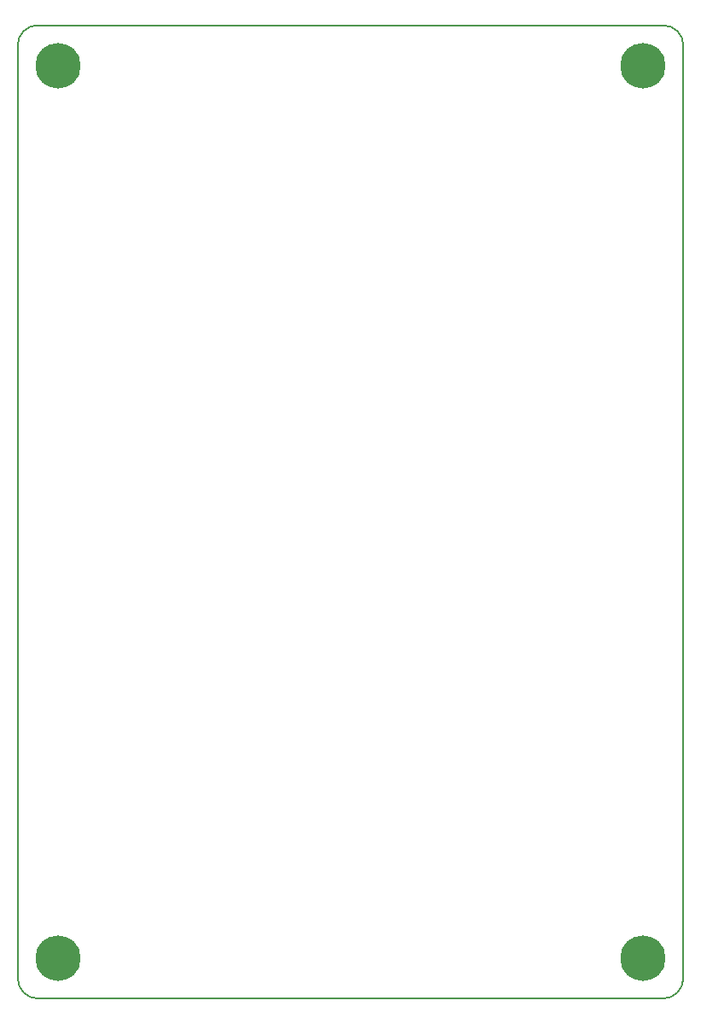
<source format=gbr>
%TF.GenerationSoftware,KiCad,Pcbnew,5.1.10-88a1d61d58~88~ubuntu21.04.1*%
%TF.CreationDate,2021-07-07T15:16:20+02:00*%
%TF.ProjectId,USBaspDualZif-bottom,55534261-7370-4447-9561-6c5a69662d62,V1.0*%
%TF.SameCoordinates,Original*%
%TF.FileFunction,Soldermask,Bot*%
%TF.FilePolarity,Negative*%
%FSLAX46Y46*%
G04 Gerber Fmt 4.6, Leading zero omitted, Abs format (unit mm)*
G04 Created by KiCad (PCBNEW 5.1.10-88a1d61d58~88~ubuntu21.04.1) date 2021-07-07 15:16:20*
%MOMM*%
%LPD*%
G01*
G04 APERTURE LIST*
%TA.AperFunction,Profile*%
%ADD10C,0.200000*%
%TD*%
%ADD11C,4.502000*%
G04 APERTURE END LIST*
D10*
X48821500Y-58418500D02*
G75*
G03*
X46821500Y-60418500I0J-2000000D01*
G01*
X46821500Y-152917500D02*
G75*
G03*
X48821500Y-154917500I2000000J0D01*
G01*
X110823500Y-154916000D02*
G75*
G03*
X112823500Y-152916000I0J2000000D01*
G01*
X112823500Y-60420000D02*
G75*
G03*
X110823500Y-58420000I-2000000J0D01*
G01*
X46821500Y-152917500D02*
X46821500Y-60418500D01*
X110823500Y-154916000D02*
X48821500Y-154917500D01*
X112823500Y-60420000D02*
X112823500Y-152916000D01*
X48821500Y-58418500D02*
X110823500Y-58420000D01*
X48821500Y-58418500D02*
G75*
G03*
X46821500Y-60418500I0J-2000000D01*
G01*
X46821500Y-152917500D02*
G75*
G03*
X48821500Y-154917500I2000000J0D01*
G01*
X110823500Y-154916000D02*
G75*
G03*
X112823500Y-152916000I0J2000000D01*
G01*
X112823500Y-60420000D02*
G75*
G03*
X110823500Y-58420000I-2000000J0D01*
G01*
X46821500Y-152917500D02*
X46821500Y-60418500D01*
X110823500Y-154916000D02*
X48821500Y-154917500D01*
X112823500Y-60420000D02*
X112823500Y-152916000D01*
X48821500Y-58418500D02*
X110823500Y-58420000D01*
D11*
X108826000Y-150923500D03*
X50826000Y-150923500D03*
X108826000Y-62423500D03*
X50826000Y-62423500D03*
M02*

</source>
